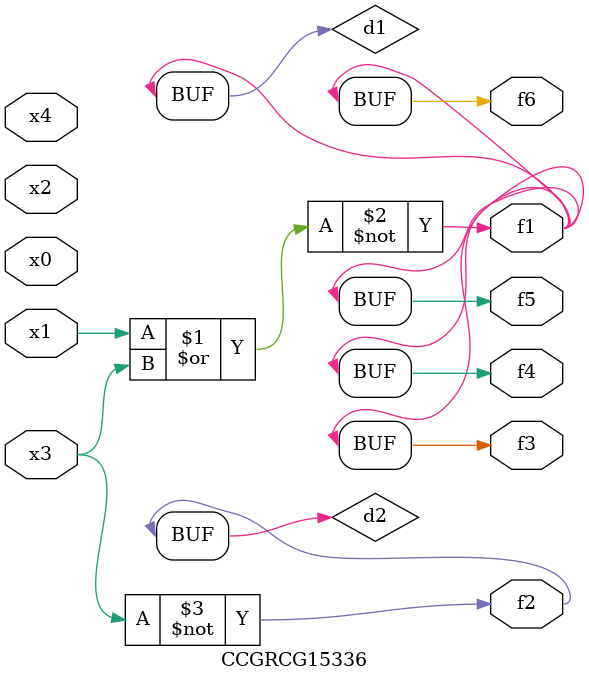
<source format=v>
module CCGRCG15336(
	input x0, x1, x2, x3, x4,
	output f1, f2, f3, f4, f5, f6
);

	wire d1, d2;

	nor (d1, x1, x3);
	not (d2, x3);
	assign f1 = d1;
	assign f2 = d2;
	assign f3 = d1;
	assign f4 = d1;
	assign f5 = d1;
	assign f6 = d1;
endmodule

</source>
